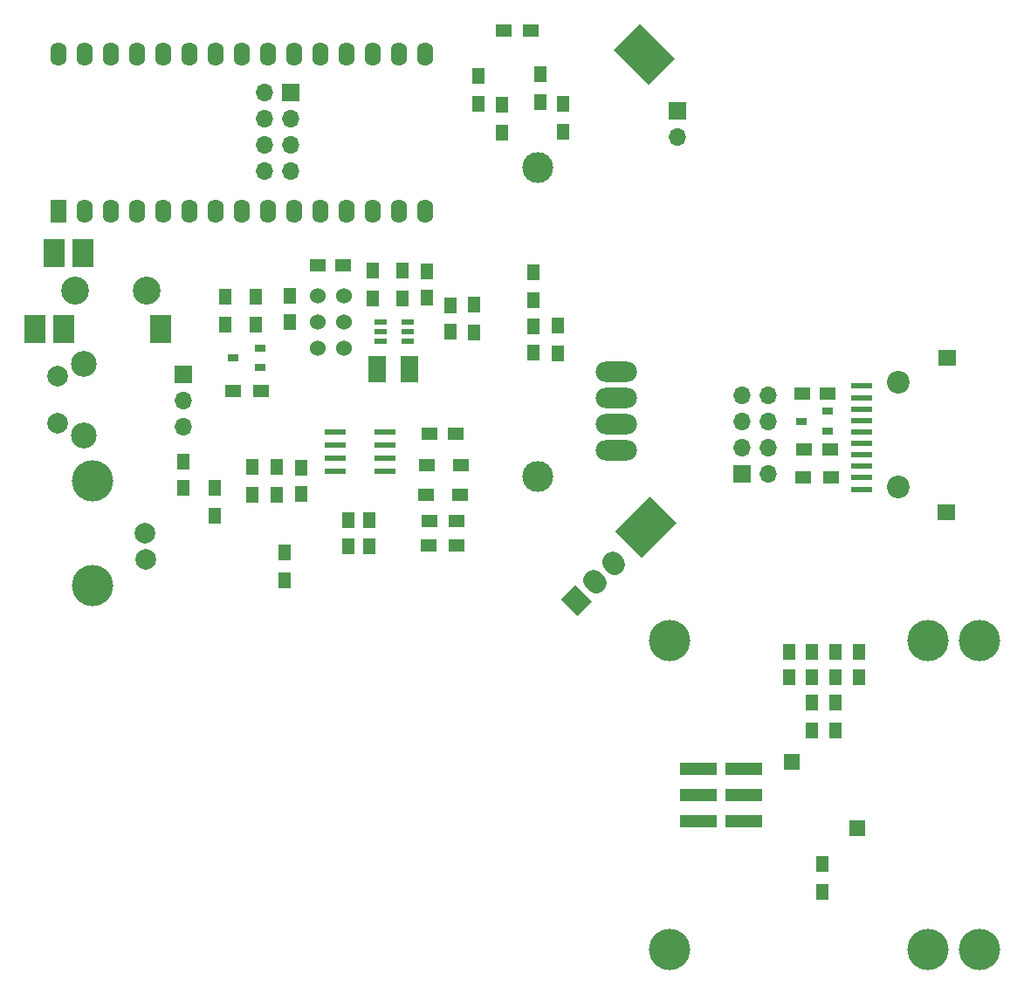
<source format=gbr>
G04 #@! TF.FileFunction,Soldermask,Bot*
%FSLAX46Y46*%
G04 Gerber Fmt 4.6, Leading zero omitted, Abs format (unit mm)*
G04 Created by KiCad (PCBNEW 4.0.2-stable) date Wednesday, February 14, 2018 'PMt' 02:08:58 PM*
%MOMM*%
G01*
G04 APERTURE LIST*
%ADD10C,0.100000*%
%ADD11R,1.574800X2.286000*%
%ADD12O,1.574800X2.286000*%
%ADD13C,3.000000*%
%ADD14C,1.524000*%
%ADD15R,1.000000X0.700000*%
%ADD16R,1.800000X1.500000*%
%ADD17R,2.000000X0.500000*%
%ADD18C,2.200000*%
%ADD19R,1.500000X1.250000*%
%ADD20R,1.700000X1.700000*%
%ADD21O,1.700000X1.700000*%
%ADD22R,1.500000X1.300000*%
%ADD23O,4.000000X2.000000*%
%ADD24R,1.500000X1.200000*%
%ADD25R,2.000000X2.800000*%
%ADD26C,2.700000*%
%ADD27C,4.000000*%
%ADD28C,2.000000*%
%ADD29C,2.500000*%
%ADD30R,1.220000X0.620000*%
%ADD31R,3.680000X1.270000*%
%ADD32R,1.800000X2.500000*%
%ADD33R,1.250000X1.500000*%
%ADD34R,1.300000X1.500000*%
%ADD35C,2.000000*%
%ADD36R,1.500000X1.500000*%
G04 APERTURE END LIST*
D10*
D11*
X145550000Y-70420000D03*
D12*
X148090000Y-70420000D03*
X150630000Y-70420000D03*
X153170000Y-70420000D03*
X155710000Y-70420000D03*
X158250000Y-70420000D03*
X160790000Y-70420000D03*
X163330000Y-70420000D03*
X165870000Y-70420000D03*
X168410000Y-70420000D03*
X170950000Y-70420000D03*
X173490000Y-70420000D03*
X176030000Y-70420000D03*
X178570000Y-70420000D03*
X181110000Y-70420000D03*
X181110000Y-55180000D03*
X178570000Y-55180000D03*
X176030000Y-55180000D03*
X173490000Y-55180000D03*
X170950000Y-55180000D03*
X168410000Y-55180000D03*
X165870000Y-55180000D03*
X163330000Y-55180000D03*
X160790000Y-55180000D03*
X158250000Y-55180000D03*
X155710000Y-55180000D03*
X153170000Y-55180000D03*
X150630000Y-55180000D03*
X148090000Y-55180000D03*
X145550000Y-55180000D03*
D13*
X192000000Y-66200000D03*
X192000000Y-96200000D03*
D14*
X170730000Y-83740000D03*
X170730000Y-81200000D03*
X170730000Y-78660000D03*
X173270000Y-78660000D03*
X173270000Y-81200000D03*
X173270000Y-83740000D03*
D15*
X220175000Y-91775000D03*
X220175000Y-89875000D03*
X217575000Y-90825000D03*
D16*
X231775000Y-84675000D03*
X231675000Y-99625000D03*
D17*
X223475000Y-97425000D03*
X223475000Y-96313900D03*
X223475000Y-95202800D03*
X223475000Y-94091700D03*
X223475000Y-92980600D03*
X223475000Y-91869500D03*
X223475000Y-90758400D03*
X223475000Y-89647300D03*
X223475000Y-88536200D03*
X223475000Y-87425100D03*
D18*
X226975000Y-97225000D03*
X226975000Y-87075000D03*
D19*
X217875000Y-93525000D03*
X220375000Y-93525000D03*
X220175000Y-88175000D03*
X217675000Y-88175000D03*
D20*
X211825000Y-95925000D03*
D21*
X214365000Y-95925000D03*
X211825000Y-93385000D03*
X214365000Y-93385000D03*
X211825000Y-90845000D03*
X214365000Y-90845000D03*
X211825000Y-88305000D03*
X214365000Y-88305000D03*
D22*
X217775000Y-96275000D03*
X220475000Y-96275000D03*
D10*
G36*
X199380152Y-54825736D02*
X201925736Y-52280152D01*
X205319848Y-55674264D01*
X202774264Y-58219848D01*
X199380152Y-54825736D01*
X199380152Y-54825736D01*
G37*
D23*
X199700000Y-85990000D03*
X199700000Y-88530000D03*
X199700000Y-91070000D03*
X199700000Y-93610000D03*
D24*
X184500000Y-97950000D03*
X181200000Y-97950000D03*
X184550000Y-95050000D03*
X181250000Y-95050000D03*
D25*
X145150000Y-74475000D03*
X147950000Y-74475000D03*
X143250000Y-81875000D03*
X155450000Y-81875000D03*
X146050000Y-81875000D03*
D26*
X147150000Y-78175000D03*
X154150000Y-78175000D03*
D10*
G36*
X202075736Y-104069848D02*
X199530152Y-101524264D01*
X202924264Y-98130152D01*
X205469848Y-100675736D01*
X202075736Y-104069848D01*
X202075736Y-104069848D01*
G37*
D20*
X205600000Y-60700000D03*
D21*
X205600000Y-63240000D03*
D27*
X148900000Y-96600000D03*
X148900000Y-106760000D03*
D28*
X153980000Y-101680000D03*
X154050000Y-104220000D03*
D29*
X147986000Y-85235500D03*
X147986000Y-92235500D03*
D28*
X145486000Y-86485500D03*
X145486000Y-90985500D03*
D17*
X177191000Y-94383000D03*
X177191000Y-93113000D03*
X177191000Y-91843000D03*
X177191000Y-95653000D03*
X172391000Y-91843000D03*
X172391000Y-93113000D03*
X172391000Y-94383000D03*
X172391000Y-95653000D03*
D30*
X176790000Y-83100000D03*
X179410000Y-83100000D03*
X179410000Y-82150000D03*
X179410000Y-81200000D03*
X176790000Y-82150000D03*
X176790000Y-81200000D03*
D31*
X207650000Y-124560000D03*
X212050000Y-124560000D03*
X212050000Y-127100000D03*
X207650000Y-127100000D03*
X207650000Y-129640000D03*
X212050000Y-129640000D03*
D32*
X176500000Y-85750000D03*
X179600000Y-85750000D03*
D33*
X173650000Y-100450000D03*
X173650000Y-102950000D03*
D19*
X181550000Y-92050000D03*
X184050000Y-92050000D03*
D34*
X160700000Y-97325000D03*
X160700000Y-100025000D03*
X166725000Y-95275000D03*
X166725000Y-97975000D03*
D22*
X184150000Y-102900000D03*
X181450000Y-102900000D03*
X181500000Y-100550000D03*
X184200000Y-100550000D03*
X191400000Y-52950000D03*
X188700000Y-52950000D03*
D34*
X191650000Y-76350000D03*
X191650000Y-79050000D03*
D33*
X183550000Y-82100000D03*
X183550000Y-79600000D03*
D19*
X173200000Y-75700000D03*
X170700000Y-75700000D03*
D33*
X181250000Y-78800000D03*
X181250000Y-76300000D03*
X175700000Y-100450000D03*
X175700000Y-102950000D03*
D34*
X178900000Y-76250000D03*
X178900000Y-78950000D03*
X185900000Y-82250000D03*
X185900000Y-79550000D03*
X164375000Y-95300000D03*
X164375000Y-98000000D03*
D20*
X157650000Y-86300000D03*
D21*
X157650000Y-88840000D03*
X157650000Y-91380000D03*
D34*
X194500000Y-60050000D03*
X194500000Y-62750000D03*
D33*
X169125000Y-97850000D03*
X169125000Y-95350000D03*
D10*
G36*
X197320280Y-108306066D02*
X195906066Y-109720280D01*
X194279720Y-108093934D01*
X195693934Y-106679720D01*
X197320280Y-108306066D01*
X197320280Y-108306066D01*
G37*
D35*
X197702117Y-106510015D02*
X197489985Y-106297883D01*
X199498168Y-104713964D02*
X199286036Y-104501832D01*
D33*
X220925000Y-115675000D03*
X220925000Y-113175000D03*
X223225000Y-115675000D03*
X223225000Y-113175000D03*
X218650000Y-115675000D03*
X218650000Y-113175000D03*
X216425000Y-115675000D03*
X216425000Y-113175000D03*
D34*
X220925000Y-120850000D03*
X220925000Y-118150000D03*
X219650000Y-136500000D03*
X219650000Y-133800000D03*
X218625000Y-118150000D03*
X218625000Y-120850000D03*
D27*
X204850000Y-112100000D03*
X204850000Y-142100000D03*
X234850000Y-142100000D03*
X234850000Y-112100000D03*
X229850000Y-112100000D03*
X229850000Y-142100000D03*
D36*
X223050000Y-130300000D03*
X216650000Y-123900000D03*
D34*
X192300000Y-57200000D03*
X192300000Y-59900000D03*
X186300000Y-57300000D03*
X186300000Y-60000000D03*
X188550000Y-60100000D03*
X188550000Y-62800000D03*
D20*
X168100000Y-58950000D03*
D21*
X165560000Y-58950000D03*
X168100000Y-61490000D03*
X165560000Y-61490000D03*
X168100000Y-64030000D03*
X165560000Y-64030000D03*
X168100000Y-66570000D03*
X165560000Y-66570000D03*
D33*
X191600000Y-84150000D03*
X191600000Y-81650000D03*
D34*
X194000000Y-81550000D03*
X194000000Y-84250000D03*
D33*
X157650000Y-97250000D03*
X157650000Y-94750000D03*
X168000000Y-78700000D03*
X168000000Y-81200000D03*
D34*
X176050000Y-76250000D03*
X176050000Y-78950000D03*
X161725000Y-78775000D03*
X161725000Y-81475000D03*
X164700000Y-78725000D03*
X164700000Y-81425000D03*
D22*
X165175000Y-87900000D03*
X162475000Y-87900000D03*
D15*
X165125000Y-85625000D03*
X165125000Y-83725000D03*
X162525000Y-84675000D03*
D34*
X167450000Y-103550000D03*
X167450000Y-106250000D03*
M02*

</source>
